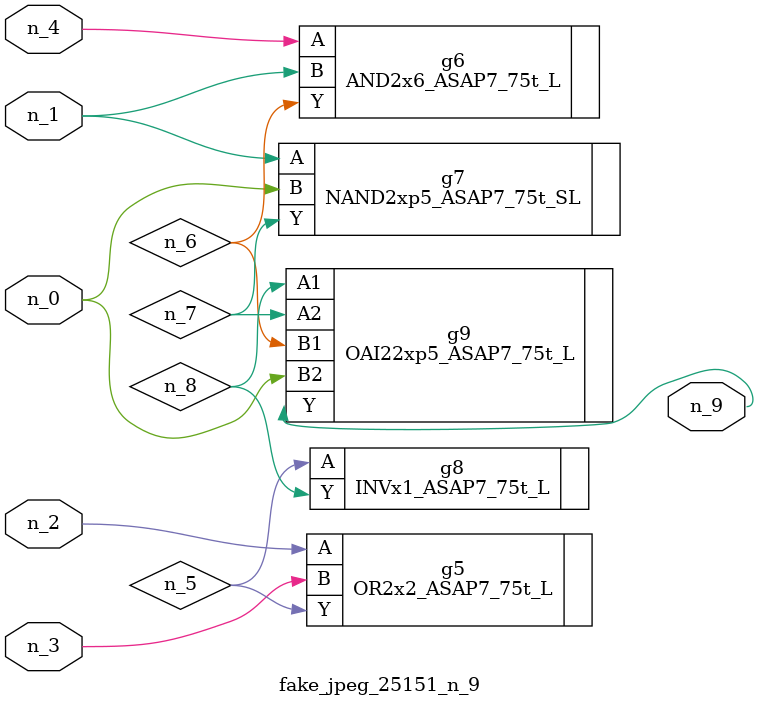
<source format=v>
module fake_jpeg_25151_n_9 (n_3, n_2, n_1, n_0, n_4, n_9);

input n_3;
input n_2;
input n_1;
input n_0;
input n_4;

output n_9;

wire n_8;
wire n_6;
wire n_5;
wire n_7;

OR2x2_ASAP7_75t_L g5 ( 
.A(n_2),
.B(n_3),
.Y(n_5)
);

AND2x6_ASAP7_75t_L g6 ( 
.A(n_4),
.B(n_1),
.Y(n_6)
);

NAND2xp5_ASAP7_75t_SL g7 ( 
.A(n_1),
.B(n_0),
.Y(n_7)
);

INVx1_ASAP7_75t_L g8 ( 
.A(n_5),
.Y(n_8)
);

OAI22xp5_ASAP7_75t_L g9 ( 
.A1(n_8),
.A2(n_7),
.B1(n_6),
.B2(n_0),
.Y(n_9)
);


endmodule
</source>
